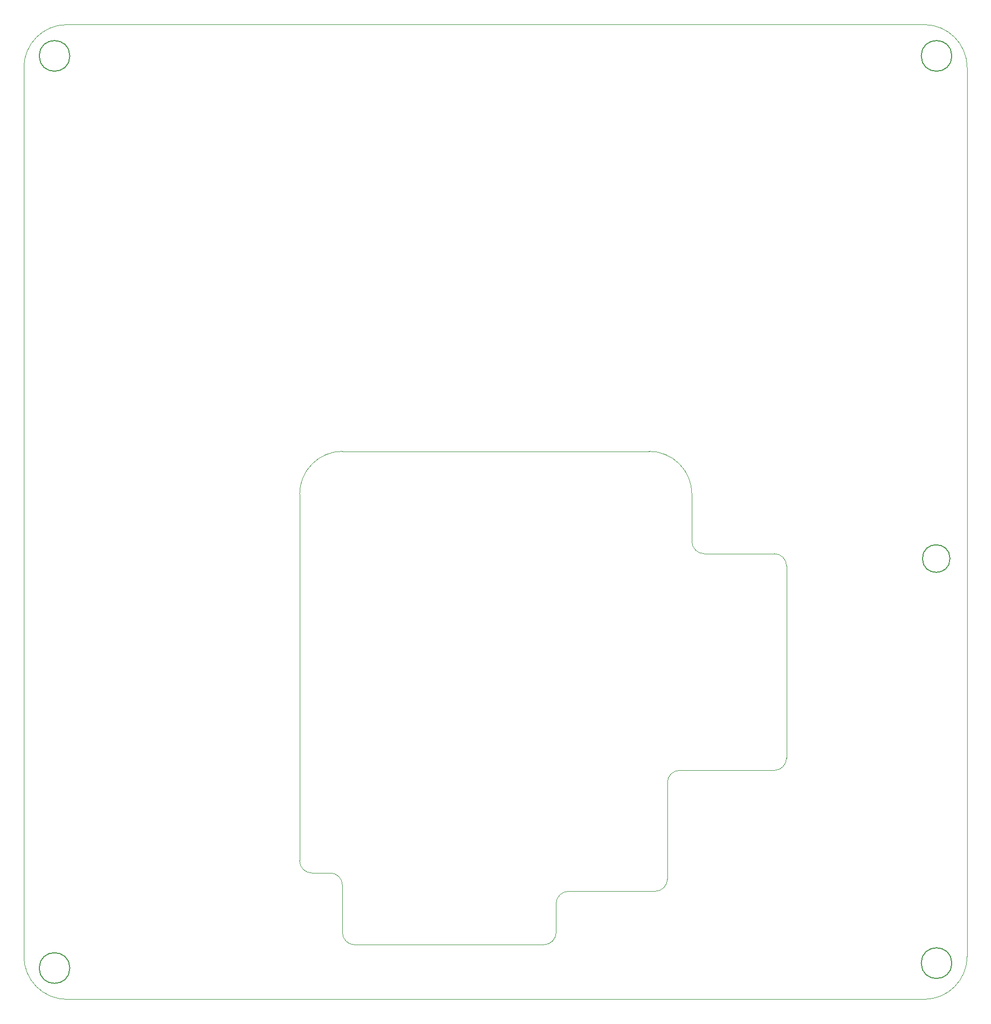
<source format=gko>
G04 #@! TF.GenerationSoftware,KiCad,Pcbnew,7.0.11-7.0.11~ubuntu22.04.1*
G04 #@! TF.CreationDate,2024-03-12T20:49:15+00:00*
G04 #@! TF.ProjectId,uaefi-adapter-NA-90-95,75616566-692d-4616-9461-707465722d4e,rev?*
G04 #@! TF.SameCoordinates,Original*
G04 #@! TF.FileFunction,Profile,NP*
%FSLAX46Y46*%
G04 Gerber Fmt 4.6, Leading zero omitted, Abs format (unit mm)*
G04 Created by KiCad (PCBNEW 7.0.11-7.0.11~ubuntu22.04.1) date 2024-03-12 20:49:15*
%MOMM*%
%LPD*%
G01*
G04 APERTURE LIST*
G04 #@! TA.AperFunction,Profile*
%ADD10C,0.100000*%
G04 #@! TD*
G04 #@! TA.AperFunction,Profile*
%ADD11C,0.200000*%
G04 #@! TD*
G04 APERTURE END LIST*
D10*
X154500001Y7500001D02*
X154500001Y152500001D01*
X147500001Y499998D02*
G75*
G03*
X154500002Y7500000I-1J7000002D01*
G01*
D11*
X152000001Y6400001D02*
G75*
G03*
X147000001Y6400001I-2500000J0D01*
G01*
X147000001Y6400001D02*
G75*
G03*
X152000001Y6400001I2500000J0D01*
G01*
X152000001Y154400001D02*
G75*
G03*
X147000001Y154400001I-2500000J0D01*
G01*
X147000001Y154400001D02*
G75*
G03*
X152000001Y154400001I2500000J0D01*
G01*
D10*
X154500002Y152500001D02*
G75*
G03*
X147500002Y159500002I-7000102J-101D01*
G01*
D11*
X8000001Y154400001D02*
G75*
G03*
X3000001Y154400001I-2500000J0D01*
G01*
X3000001Y154400001D02*
G75*
G03*
X8000001Y154400001I2500000J0D01*
G01*
X151700801Y72400001D02*
G75*
G03*
X147200801Y72400001I-2250000J0D01*
G01*
X147200801Y72400001D02*
G75*
G03*
X151700801Y72400001I2250000J0D01*
G01*
D10*
X147500001Y159500001D02*
X7500001Y159500001D01*
D11*
X8000001Y5600001D02*
G75*
G03*
X3000001Y5600001I-2500000J0D01*
G01*
X3000001Y5600001D02*
G75*
G03*
X8000001Y5600001I2500000J0D01*
G01*
D10*
X7500001Y500001D02*
X147500001Y500001D01*
X500001Y152500001D02*
X500001Y7500001D01*
X500000Y7500001D02*
G75*
G03*
X7500000Y500000I7000000J-1D01*
G01*
X7500001Y159500000D02*
G75*
G03*
X500000Y152500002I-1J-7000000D01*
G01*
G04 #@! TO.C,M1*
X45512559Y39849745D02*
X45500000Y23112563D01*
X45512559Y39849745D02*
X45512562Y82900001D01*
X47500000Y21112563D02*
X50500000Y21112563D01*
X52500000Y19112563D02*
X52500000Y11400000D01*
X85400000Y9412563D02*
X54500000Y9400000D01*
X87400000Y11412563D02*
X87399911Y16112643D01*
X89399911Y18112643D02*
X103560074Y18112489D01*
X102562815Y89900000D02*
X52512563Y89900000D01*
X105562811Y35849743D02*
X105560074Y20112489D01*
X107562811Y37849743D02*
X123012563Y37849743D01*
X109562814Y82899999D02*
X109562814Y75200000D01*
X123012563Y73200000D02*
X111562814Y73200000D01*
X125012563Y39849743D02*
X125012563Y71200000D01*
X52512563Y89900001D02*
G75*
G03*
X45512562Y82900001I-3J-6999998D01*
G01*
X45500000Y23112563D02*
G75*
G03*
X47500000Y21112563I2000000J0D01*
G01*
X52500000Y19112563D02*
G75*
G03*
X50500000Y21112563I-2000000J0D01*
G01*
X52500037Y11400000D02*
G75*
G03*
X54500000Y9400000I1999963J-37D01*
G01*
X89399911Y18112652D02*
G75*
G03*
X87399911Y16112643I89J-2000089D01*
G01*
X85400000Y9412563D02*
G75*
G03*
X87400000Y11412563I-100J2000100D01*
G01*
X109562817Y82899999D02*
G75*
G03*
X102562815Y89900000I-6999867J134D01*
G01*
X103560074Y18112489D02*
G75*
G03*
X105560074Y20112489I-74J2000074D01*
G01*
X107562811Y37849752D02*
G75*
G03*
X105562811Y35849743I89J-2000089D01*
G01*
X109562837Y75200000D02*
G75*
G03*
X111562814Y73200000I1999963J-37D01*
G01*
X125012537Y71200000D02*
G75*
G03*
X123012563Y73200000I-2000037J-37D01*
G01*
X123012563Y37849700D02*
G75*
G03*
X125012563Y39849743I37J1999963D01*
G01*
G04 #@! TD*
M02*

</source>
